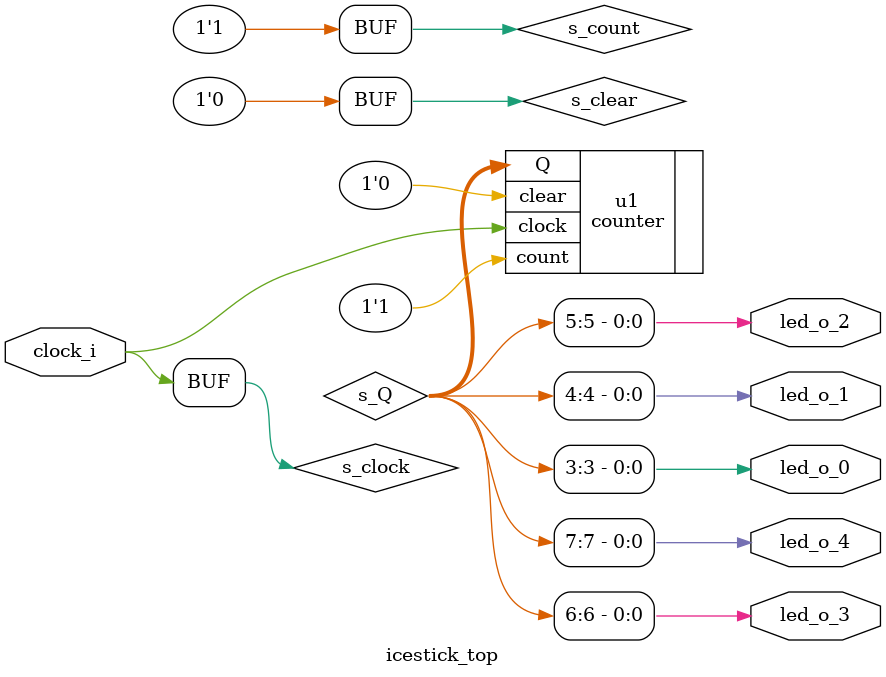
<source format=v>

module icestick_top (
    clock_i,
    led_o_0,
    led_o_1,
    led_o_2,
    led_o_3,
    led_o_4,
);

input clock_i;
output led_o_0, led_o_1, led_o_2, led_o_3, led_o_4;

wire s_clock, s_clear, s_count; 
wire [7:0] s_Q;

counter u1(
    .clock(s_clock),
    .clear(s_clear),
    .count(s_count),
    .Q(s_Q)
);

assign s_clock = clock_i;
assign s_clear = 0;
assign s_count = 1;
assign led_o_4 = s_Q[7];
assign led_o_3 = s_Q[6];
assign led_o_2 = s_Q[5];
assign led_o_1 = s_Q[4];
assign led_o_0 = s_Q[3];

endmodule

</source>
